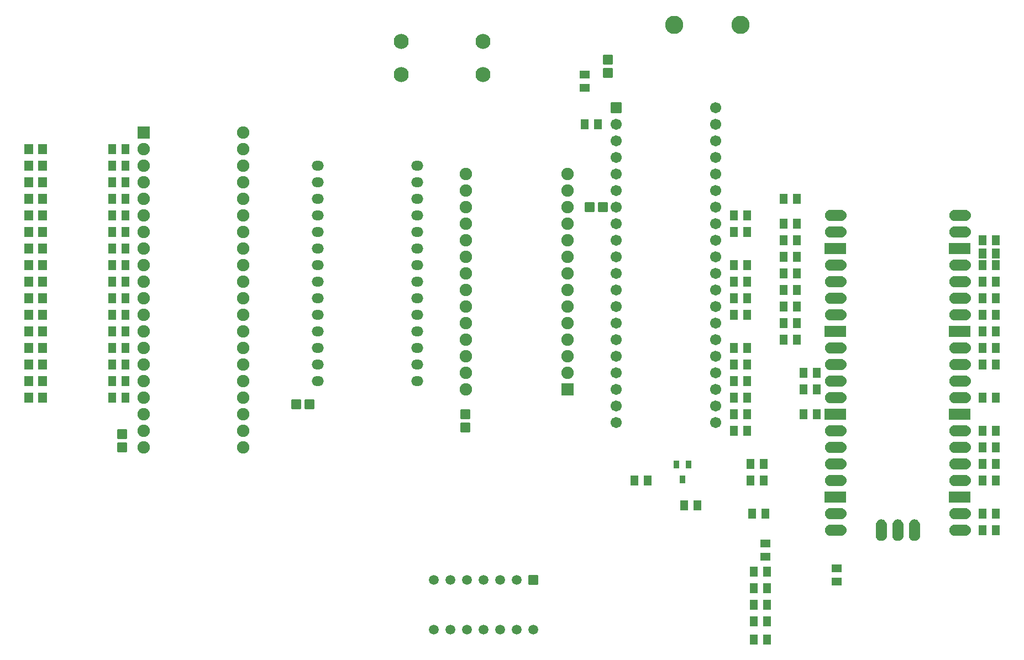
<source format=gts>
G04 Layer: TopSolderMaskLayer*
G04 EasyEDA v6.5.20, 2022-11-29 04:13:21*
G04 a67cddfb3fce44daa9051d46cbbcc19f,10*
G04 Gerber Generator version 0.2*
G04 Scale: 100 percent, Rotated: No, Reflected: No *
G04 Dimensions in inches *
G04 leading zeros omitted , absolute positions ,3 integer and 6 decimal *
%FSLAX36Y36*%
%MOIN*%

%AMMACRO1*1,1,$1,$2,$3*1,1,$1,$4,$5*1,1,$1,0-$2,0-$3*1,1,$1,0-$4,0-$5*20,1,$1,$2,$3,$4,$5,0*20,1,$1,$4,$5,0-$2,0-$3,0*20,1,$1,0-$2,0-$3,0-$4,0-$5,0*20,1,$1,0-$4,0-$5,$2,$3,0*4,1,4,$2,$3,$4,$5,0-$2,0-$3,0-$4,0-$5,$2,$3,0*%
%AMMACRO2*4,1,4,-0.065,-0.0335,-0.065,0.0335,0.065,0.0335,0.065,-0.0335,-0.065,-0.0335,0*%
%ADD10MACRO1,0.004X0.0223X0.0271X0.0223X-0.0271*%
%ADD11MACRO1,0.004X-0.0223X0.0271X-0.0223X-0.0271*%
%ADD12MACRO1,0.004X0.0157X0.0197X0.0157X-0.0197*%
%ADD13C,0.1102*%
%ADD14MACRO1,0.004X0.0271X-0.0223X-0.0271X-0.0223*%
%ADD15MACRO1,0.004X0.0271X0.0223X-0.0271X0.0223*%
%ADD16MACRO1,0.004X-0.0223X-0.0271X-0.0223X0.0271*%
%ADD17MACRO1,0.004X0.0223X-0.0271X0.0223X0.0271*%
%ADD18MACRO1,0.004X-0.0271X0.0223X0.0271X0.0223*%
%ADD19MACRO1,0.004X-0.0271X-0.0223X0.0271X-0.0223*%
%ADD20MACRO1,0.004X-0.0278X-0.0266X-0.0278X0.0266*%
%ADD21MACRO1,0.004X0.0278X-0.0266X0.0278X0.0266*%
%ADD22MACRO1,0.004X0.0278X0.0266X0.0278X-0.0266*%
%ADD23MACRO1,0.004X-0.0278X0.0266X-0.0278X-0.0266*%
%ADD24MACRO1,0.004X-0.0266X0.0278X0.0266X0.0278*%
%ADD25MACRO1,0.004X-0.0266X-0.0278X0.0266X-0.0278*%
%ADD26MACRO1,0.004X0.0266X-0.0278X-0.0266X-0.0278*%
%ADD27MACRO1,0.004X0.0266X0.0278X-0.0266X0.0278*%
%ADD28C,0.0906*%
%ADD29MACRO1,0.004X0.0256X-0.0276X-0.0256X-0.0276*%
%ADD30MACRO2*%
%ADD31MACRO1,0.004X0.0275X-0.0275X-0.0275X-0.0275*%
%ADD32C,0.0590*%
%ADD33C,0.0670*%
%ADD34MACRO1,0.004X0.0315X0.0315X0.0315X-0.0315*%
%ADD35O,0.072898X0.059118000000000004*%
%ADD36C,0.0749*%
%ADD37MACRO1,0.004X-0.0354X-0.0354X-0.0354X0.0354*%
%ADD38MACRO1,0.004X0.0354X0.0354X0.0354X-0.0354*%
%ADD39C,0.0120*%

%LPD*%
D10*
G01*
X6210628Y850000D03*
D11*
G01*
X6289371Y850000D03*
D10*
G01*
X4110628Y1050000D03*
D11*
G01*
X4189371Y1050000D03*
D12*
G01*
X4362598Y1145275D03*
G01*
X4399998Y1054724D03*
G01*
X4437401Y1145275D03*
D13*
G01*
X4750000Y3800000D03*
G01*
X4350000Y3800000D03*
D10*
G01*
X4410628Y900000D03*
D11*
G01*
X4489371Y900000D03*
D14*
G01*
X5330000Y519372D03*
D15*
G01*
X5330000Y440627D03*
D16*
G01*
X4789371Y2650000D03*
D17*
G01*
X4710628Y2650000D03*
D16*
G01*
X4789371Y2550000D03*
D17*
G01*
X4710628Y2550000D03*
D16*
G01*
X4789371Y2350000D03*
D17*
G01*
X4710628Y2350000D03*
D16*
G01*
X4789371Y2250000D03*
D17*
G01*
X4710628Y2250000D03*
D16*
G01*
X4789371Y2150000D03*
D17*
G01*
X4710628Y2150000D03*
D16*
G01*
X4789371Y2050000D03*
D17*
G01*
X4710628Y2050000D03*
D16*
G01*
X4789371Y1850000D03*
D17*
G01*
X4710628Y1850000D03*
D16*
G01*
X4789371Y1750000D03*
D17*
G01*
X4710628Y1750000D03*
D16*
G01*
X4789371Y1650000D03*
D17*
G01*
X4710628Y1650000D03*
D16*
G01*
X4789371Y1550000D03*
D17*
G01*
X4710628Y1550000D03*
D16*
G01*
X4789371Y1450000D03*
D17*
G01*
X4710628Y1450000D03*
D16*
G01*
X4789371Y1350000D03*
D17*
G01*
X4710628Y1350000D03*
D16*
G01*
X4889371Y1150000D03*
D17*
G01*
X4810628Y1150000D03*
D16*
G01*
X4889371Y1050000D03*
D17*
G01*
X4810628Y1050000D03*
D16*
G01*
X4899371Y850000D03*
D17*
G01*
X4820628Y850000D03*
D18*
G01*
X4900000Y590627D03*
D19*
G01*
X4900000Y669372D03*
D16*
G01*
X4909371Y200000D03*
D17*
G01*
X4830628Y200000D03*
D16*
G01*
X4909371Y300000D03*
D17*
G01*
X4830628Y300000D03*
D16*
G01*
X4909371Y400000D03*
D17*
G01*
X4830628Y400000D03*
D16*
G01*
X4909371Y500000D03*
D17*
G01*
X4830628Y500000D03*
D16*
G01*
X4909371Y90000D03*
D17*
G01*
X4830628Y90000D03*
D16*
G01*
X5209371Y1450000D03*
D17*
G01*
X5130628Y1450000D03*
D16*
G01*
X5209371Y1600000D03*
D17*
G01*
X5130628Y1600000D03*
D16*
G01*
X5209371Y1700000D03*
D17*
G01*
X5130628Y1700000D03*
D10*
G01*
X6210628Y1950000D03*
D11*
G01*
X6289371Y1950000D03*
D10*
G01*
X6210628Y2150000D03*
D11*
G01*
X6289371Y2150000D03*
D10*
G01*
X6210628Y2250000D03*
D11*
G01*
X6289371Y2250000D03*
D10*
G01*
X6210628Y2350000D03*
D11*
G01*
X6289371Y2350000D03*
D10*
G01*
X6210628Y2420000D03*
D11*
G01*
X6289371Y2420000D03*
D10*
G01*
X6210628Y2500000D03*
D11*
G01*
X6289371Y2500000D03*
D16*
G01*
X5089371Y2750000D03*
D17*
G01*
X5010628Y2750000D03*
D10*
G01*
X6210628Y750000D03*
D11*
G01*
X6289371Y750000D03*
D10*
G01*
X6210628Y1050000D03*
D11*
G01*
X6289371Y1050000D03*
D10*
G01*
X6210628Y1150000D03*
D11*
G01*
X6289371Y1150000D03*
D10*
G01*
X6210628Y1250000D03*
D11*
G01*
X6289371Y1250000D03*
D10*
G01*
X6210628Y1350000D03*
D11*
G01*
X6289371Y1350000D03*
D10*
G01*
X6210628Y1550000D03*
D11*
G01*
X6289371Y1550000D03*
D10*
G01*
X6210628Y1750000D03*
D11*
G01*
X6289371Y1750000D03*
D10*
G01*
X6210628Y1850000D03*
D11*
G01*
X6289371Y1850000D03*
D10*
G01*
X6210628Y2050000D03*
D11*
G01*
X6289371Y2050000D03*
D10*
G01*
X5010628Y2600000D03*
D11*
G01*
X5089371Y2600000D03*
D10*
G01*
X5010628Y2500000D03*
D11*
G01*
X5089371Y2500000D03*
D10*
G01*
X5010628Y2400000D03*
D11*
G01*
X5089371Y2400000D03*
D10*
G01*
X5010628Y2300000D03*
D11*
G01*
X5089371Y2300000D03*
D10*
G01*
X5010628Y2200000D03*
D11*
G01*
X5089371Y2200000D03*
D10*
G01*
X5010628Y2100000D03*
D11*
G01*
X5089371Y2100000D03*
D10*
G01*
X5010628Y2000000D03*
D11*
G01*
X5089371Y2000000D03*
D10*
G01*
X5010628Y1900000D03*
D11*
G01*
X5089371Y1900000D03*
D20*
G01*
X3919371Y2700000D03*
D21*
G01*
X3840628Y2700000D03*
D22*
G01*
X2070628Y1510000D03*
D23*
G01*
X2149371Y1510000D03*
D24*
G01*
X3090000Y1370628D03*
D25*
G01*
X3090000Y1449371D03*
D26*
G01*
X1020000Y1329371D03*
D27*
G01*
X1020000Y1250628D03*
D28*
G01*
X3196099Y3500000D03*
G01*
X2703900Y3500000D03*
G01*
X3196099Y3700000D03*
G01*
X2703900Y3700000D03*
D29*
G01*
X541349Y2650000D03*
G01*
X458650Y2650000D03*
G01*
X541349Y2550000D03*
G01*
X458650Y2550000D03*
G01*
X541349Y2450000D03*
G01*
X458650Y2450000D03*
G01*
X541349Y2350000D03*
G01*
X458650Y2350000D03*
G01*
X541349Y2250000D03*
G01*
X458650Y2250000D03*
G01*
X541349Y2150000D03*
G01*
X458650Y2150000D03*
G01*
X541349Y2050000D03*
G01*
X458650Y2050000D03*
G01*
X541349Y1950000D03*
G01*
X458650Y1950000D03*
G01*
X541349Y1850000D03*
G01*
X458650Y1850000D03*
G01*
X541349Y1750000D03*
G01*
X458650Y1750000D03*
G01*
X541349Y1650000D03*
G01*
X458650Y1650000D03*
G01*
X541349Y1550000D03*
G01*
X458650Y1550000D03*
D10*
G01*
X960628Y2650000D03*
D11*
G01*
X1039371Y2650000D03*
D10*
G01*
X960628Y2550000D03*
D11*
G01*
X1039371Y2550000D03*
D10*
G01*
X960628Y2450000D03*
D11*
G01*
X1039371Y2450000D03*
D10*
G01*
X960628Y2350000D03*
D11*
G01*
X1039371Y2350000D03*
D10*
G01*
X960628Y2250000D03*
D11*
G01*
X1039371Y2250000D03*
D10*
G01*
X960628Y2150000D03*
D11*
G01*
X1039371Y2150000D03*
D10*
G01*
X960628Y2050000D03*
D11*
G01*
X1039371Y2050000D03*
D10*
G01*
X960628Y1950000D03*
D11*
G01*
X1039371Y1950000D03*
D10*
G01*
X960628Y1850000D03*
D11*
G01*
X1039371Y1850000D03*
D10*
G01*
X960628Y1750000D03*
D11*
G01*
X1039371Y1750000D03*
D10*
G01*
X960628Y1650000D03*
D11*
G01*
X1039371Y1650000D03*
D10*
G01*
X960628Y1550000D03*
D11*
G01*
X1039371Y1550000D03*
G36*
X6043400Y2616500D02*
G01*
X6039499Y2616700D01*
X6035500Y2617500D01*
X6031599Y2618699D01*
X6027900Y2620300D01*
X6024499Y2622399D01*
X6021300Y2624899D01*
X6018400Y2627800D01*
X6015900Y2630999D01*
X6013800Y2634400D01*
X6012200Y2638099D01*
X6011000Y2641999D01*
X6010299Y2645999D01*
X6010000Y2650000D01*
X6010299Y2654000D01*
X6011000Y2658000D01*
X6012200Y2661900D01*
X6013800Y2665599D01*
X6015900Y2669000D01*
X6018400Y2672199D01*
X6021300Y2675100D01*
X6024499Y2677600D01*
X6027900Y2679699D01*
X6031599Y2681300D01*
X6035500Y2682500D01*
X6039499Y2683200D01*
X6043400Y2683499D01*
X6106599Y2683499D01*
X6110500Y2683200D01*
X6114499Y2682500D01*
X6118400Y2681300D01*
X6122100Y2679699D01*
X6125500Y2677600D01*
X6128699Y2675100D01*
X6131599Y2672199D01*
X6134099Y2669000D01*
X6136199Y2665599D01*
X6137799Y2661900D01*
X6138999Y2658000D01*
X6139700Y2654000D01*
X6140000Y2650000D01*
X6139700Y2645999D01*
X6138999Y2641999D01*
X6137799Y2638099D01*
X6136199Y2634400D01*
X6134099Y2630999D01*
X6131599Y2627800D01*
X6128699Y2624899D01*
X6125500Y2622399D01*
X6122100Y2620300D01*
X6118400Y2618699D01*
X6114499Y2617500D01*
X6110500Y2616700D01*
X6106599Y2616500D01*
G37*
G36*
X6043400Y2516500D02*
G01*
X6039499Y2516700D01*
X6035500Y2517500D01*
X6031599Y2518699D01*
X6027900Y2520300D01*
X6024499Y2522399D01*
X6021300Y2524899D01*
X6018400Y2527800D01*
X6015900Y2530999D01*
X6013800Y2534400D01*
X6012200Y2538099D01*
X6011000Y2541999D01*
X6010299Y2545999D01*
X6010000Y2550000D01*
X6010299Y2554000D01*
X6011000Y2558000D01*
X6012200Y2561900D01*
X6013800Y2565599D01*
X6015900Y2569000D01*
X6018400Y2572199D01*
X6021300Y2575100D01*
X6024499Y2577600D01*
X6027900Y2579699D01*
X6031599Y2581300D01*
X6035500Y2582500D01*
X6039499Y2583200D01*
X6043400Y2583499D01*
X6106599Y2583499D01*
X6110500Y2583200D01*
X6114499Y2582500D01*
X6118400Y2581300D01*
X6122100Y2579699D01*
X6125500Y2577600D01*
X6128699Y2575100D01*
X6131599Y2572199D01*
X6134099Y2569000D01*
X6136199Y2565599D01*
X6137799Y2561900D01*
X6138999Y2558000D01*
X6139700Y2554000D01*
X6140000Y2550000D01*
X6139700Y2545999D01*
X6138999Y2541999D01*
X6137799Y2538099D01*
X6136199Y2534400D01*
X6134099Y2530999D01*
X6131599Y2527800D01*
X6128699Y2524899D01*
X6125500Y2522399D01*
X6122100Y2520300D01*
X6118400Y2518699D01*
X6114499Y2517500D01*
X6110500Y2516700D01*
X6106599Y2516500D01*
G37*
D30*
G01*
X6075000Y2450000D03*
G36*
X6043400Y2316500D02*
G01*
X6039499Y2316700D01*
X6035500Y2317500D01*
X6031599Y2318699D01*
X6027900Y2320300D01*
X6024499Y2322399D01*
X6021300Y2324899D01*
X6018400Y2327800D01*
X6015900Y2330999D01*
X6013800Y2334400D01*
X6012200Y2338099D01*
X6011000Y2341999D01*
X6010299Y2345999D01*
X6010000Y2350000D01*
X6010299Y2354000D01*
X6011000Y2358000D01*
X6012200Y2361900D01*
X6013800Y2365599D01*
X6015900Y2369000D01*
X6018400Y2372199D01*
X6021300Y2375100D01*
X6024499Y2377600D01*
X6027900Y2379699D01*
X6031599Y2381300D01*
X6035500Y2382500D01*
X6039499Y2383299D01*
X6043400Y2383499D01*
X6106599Y2383499D01*
X6110500Y2383299D01*
X6114499Y2382500D01*
X6118400Y2381300D01*
X6122100Y2379699D01*
X6125500Y2377600D01*
X6128699Y2375100D01*
X6131599Y2372199D01*
X6134099Y2369000D01*
X6136199Y2365599D01*
X6137799Y2361900D01*
X6138999Y2358000D01*
X6139700Y2354000D01*
X6140000Y2350000D01*
X6139700Y2345999D01*
X6138999Y2341999D01*
X6137799Y2338099D01*
X6136199Y2334400D01*
X6134099Y2330999D01*
X6131599Y2327800D01*
X6128699Y2324899D01*
X6125500Y2322399D01*
X6122100Y2320300D01*
X6118400Y2318699D01*
X6114499Y2317500D01*
X6110500Y2316700D01*
X6106599Y2316500D01*
G37*
G36*
X6043400Y2216500D02*
G01*
X6039499Y2216700D01*
X6035500Y2217500D01*
X6031599Y2218699D01*
X6027900Y2220300D01*
X6024499Y2222399D01*
X6021300Y2224899D01*
X6018400Y2227800D01*
X6015900Y2230999D01*
X6013800Y2234400D01*
X6012200Y2238099D01*
X6011000Y2241999D01*
X6010299Y2245999D01*
X6010000Y2250000D01*
X6010299Y2254000D01*
X6011000Y2258000D01*
X6012200Y2261900D01*
X6013800Y2265599D01*
X6015900Y2269000D01*
X6018400Y2272199D01*
X6021300Y2275100D01*
X6024499Y2277600D01*
X6027900Y2279699D01*
X6031599Y2281300D01*
X6035500Y2282500D01*
X6039499Y2283299D01*
X6043400Y2283499D01*
X6106599Y2283499D01*
X6110500Y2283299D01*
X6114499Y2282500D01*
X6118400Y2281300D01*
X6122100Y2279699D01*
X6125500Y2277600D01*
X6128699Y2275100D01*
X6131599Y2272199D01*
X6134099Y2269000D01*
X6136199Y2265599D01*
X6137799Y2261900D01*
X6138999Y2258000D01*
X6139700Y2254000D01*
X6140000Y2250000D01*
X6139700Y2245999D01*
X6138999Y2241999D01*
X6137799Y2238099D01*
X6136199Y2234400D01*
X6134099Y2230999D01*
X6131599Y2227800D01*
X6128699Y2224899D01*
X6125500Y2222399D01*
X6122100Y2220300D01*
X6118400Y2218699D01*
X6114499Y2217500D01*
X6110500Y2216700D01*
X6106599Y2216500D01*
G37*
G36*
X6043400Y2116500D02*
G01*
X6039499Y2116700D01*
X6035500Y2117500D01*
X6031599Y2118699D01*
X6027900Y2120300D01*
X6024499Y2122399D01*
X6021300Y2124899D01*
X6018400Y2127800D01*
X6015900Y2130999D01*
X6013800Y2134400D01*
X6012200Y2138099D01*
X6011000Y2141999D01*
X6010299Y2145999D01*
X6010000Y2150000D01*
X6010299Y2154000D01*
X6011000Y2158000D01*
X6012200Y2161900D01*
X6013800Y2165599D01*
X6015900Y2169000D01*
X6018400Y2172199D01*
X6021300Y2175100D01*
X6024499Y2177600D01*
X6027900Y2179699D01*
X6031599Y2181300D01*
X6035500Y2182500D01*
X6039499Y2183299D01*
X6043400Y2183499D01*
X6106599Y2183499D01*
X6110500Y2183299D01*
X6114499Y2182500D01*
X6118400Y2181300D01*
X6122100Y2179699D01*
X6125500Y2177600D01*
X6128699Y2175100D01*
X6131599Y2172199D01*
X6134099Y2169000D01*
X6136199Y2165599D01*
X6137799Y2161900D01*
X6138999Y2158000D01*
X6139700Y2154000D01*
X6140000Y2150000D01*
X6139700Y2145999D01*
X6138999Y2141999D01*
X6137799Y2138099D01*
X6136199Y2134400D01*
X6134099Y2130999D01*
X6131599Y2127800D01*
X6128699Y2124899D01*
X6125500Y2122399D01*
X6122100Y2120300D01*
X6118400Y2118699D01*
X6114499Y2117500D01*
X6110500Y2116700D01*
X6106599Y2116500D01*
G37*
G36*
X6043400Y2016500D02*
G01*
X6039499Y2016700D01*
X6035500Y2017500D01*
X6031599Y2018699D01*
X6027900Y2020300D01*
X6024499Y2022399D01*
X6021300Y2024899D01*
X6018400Y2027800D01*
X6015900Y2030999D01*
X6013800Y2034400D01*
X6012200Y2038099D01*
X6011000Y2041999D01*
X6010299Y2045999D01*
X6010000Y2050000D01*
X6010299Y2054000D01*
X6011000Y2058000D01*
X6012200Y2061900D01*
X6013800Y2065599D01*
X6015900Y2069000D01*
X6018400Y2072199D01*
X6021300Y2075100D01*
X6024499Y2077600D01*
X6027900Y2079699D01*
X6031599Y2081300D01*
X6035500Y2082500D01*
X6039499Y2083299D01*
X6043400Y2083499D01*
X6106599Y2083499D01*
X6110500Y2083299D01*
X6114499Y2082500D01*
X6118400Y2081300D01*
X6122100Y2079699D01*
X6125500Y2077600D01*
X6128699Y2075100D01*
X6131599Y2072199D01*
X6134099Y2069000D01*
X6136199Y2065599D01*
X6137799Y2061900D01*
X6138999Y2058000D01*
X6139700Y2054000D01*
X6140000Y2050000D01*
X6139700Y2045999D01*
X6138999Y2041999D01*
X6137799Y2038099D01*
X6136199Y2034400D01*
X6134099Y2030999D01*
X6131599Y2027800D01*
X6128699Y2024899D01*
X6125500Y2022399D01*
X6122100Y2020300D01*
X6118400Y2018699D01*
X6114499Y2017500D01*
X6110500Y2016700D01*
X6106599Y2016500D01*
G37*
G01*
X6075000Y1950000D03*
G36*
X6043400Y1816500D02*
G01*
X6039499Y1816700D01*
X6035500Y1817500D01*
X6031599Y1818699D01*
X6027900Y1820300D01*
X6024499Y1822399D01*
X6021300Y1824899D01*
X6018400Y1827800D01*
X6015900Y1830999D01*
X6013800Y1834400D01*
X6012200Y1838099D01*
X6011000Y1841999D01*
X6010299Y1845999D01*
X6010000Y1850000D01*
X6010299Y1854000D01*
X6011000Y1858000D01*
X6012200Y1861900D01*
X6013800Y1865599D01*
X6015900Y1869000D01*
X6018400Y1872199D01*
X6021300Y1875100D01*
X6024499Y1877600D01*
X6027900Y1879699D01*
X6031599Y1881300D01*
X6035500Y1882500D01*
X6039499Y1883299D01*
X6043400Y1883499D01*
X6106599Y1883499D01*
X6110500Y1883299D01*
X6114499Y1882500D01*
X6118400Y1881300D01*
X6122100Y1879699D01*
X6125500Y1877600D01*
X6128699Y1875100D01*
X6131599Y1872199D01*
X6134099Y1869000D01*
X6136199Y1865599D01*
X6137799Y1861900D01*
X6138999Y1858000D01*
X6139700Y1854000D01*
X6140000Y1850000D01*
X6139700Y1845999D01*
X6138999Y1841999D01*
X6137799Y1838099D01*
X6136199Y1834400D01*
X6134099Y1830999D01*
X6131599Y1827800D01*
X6128699Y1824899D01*
X6125500Y1822399D01*
X6122100Y1820300D01*
X6118400Y1818699D01*
X6114499Y1817500D01*
X6110500Y1816700D01*
X6106599Y1816500D01*
G37*
G36*
X6043400Y1716500D02*
G01*
X6039499Y1716700D01*
X6035500Y1717500D01*
X6031599Y1718699D01*
X6027900Y1720300D01*
X6024499Y1722399D01*
X6021300Y1724899D01*
X6018400Y1727800D01*
X6015900Y1730999D01*
X6013800Y1734400D01*
X6012200Y1738099D01*
X6011000Y1741999D01*
X6010299Y1745999D01*
X6010000Y1750000D01*
X6010299Y1754000D01*
X6011000Y1758000D01*
X6012200Y1761900D01*
X6013800Y1765599D01*
X6015900Y1769000D01*
X6018400Y1772199D01*
X6021300Y1775100D01*
X6024499Y1777600D01*
X6027900Y1779699D01*
X6031599Y1781300D01*
X6035500Y1782500D01*
X6039499Y1783299D01*
X6043400Y1783499D01*
X6106599Y1783499D01*
X6110500Y1783299D01*
X6114499Y1782500D01*
X6118400Y1781300D01*
X6122100Y1779699D01*
X6125500Y1777600D01*
X6128699Y1775100D01*
X6131599Y1772199D01*
X6134099Y1769000D01*
X6136199Y1765599D01*
X6137799Y1761900D01*
X6138999Y1758000D01*
X6139700Y1754000D01*
X6140000Y1750000D01*
X6139700Y1745999D01*
X6138999Y1741999D01*
X6137799Y1738099D01*
X6136199Y1734400D01*
X6134099Y1730999D01*
X6131599Y1727800D01*
X6128699Y1724899D01*
X6125500Y1722399D01*
X6122100Y1720300D01*
X6118400Y1718699D01*
X6114499Y1717500D01*
X6110500Y1716700D01*
X6106599Y1716500D01*
G37*
G36*
X6043400Y1616500D02*
G01*
X6039499Y1616700D01*
X6035500Y1617500D01*
X6031599Y1618699D01*
X6027900Y1620300D01*
X6024499Y1622399D01*
X6021300Y1624899D01*
X6018400Y1627800D01*
X6015900Y1630999D01*
X6013800Y1634400D01*
X6012200Y1638099D01*
X6011000Y1641999D01*
X6010299Y1645999D01*
X6010000Y1650000D01*
X6010299Y1654000D01*
X6011000Y1658000D01*
X6012200Y1661900D01*
X6013800Y1665599D01*
X6015900Y1669000D01*
X6018400Y1672199D01*
X6021300Y1675100D01*
X6024499Y1677600D01*
X6027900Y1679699D01*
X6031599Y1681300D01*
X6035500Y1682500D01*
X6039499Y1683299D01*
X6043400Y1683499D01*
X6106599Y1683499D01*
X6110500Y1683299D01*
X6114499Y1682500D01*
X6118400Y1681300D01*
X6122100Y1679699D01*
X6125500Y1677600D01*
X6128699Y1675100D01*
X6131599Y1672199D01*
X6134099Y1669000D01*
X6136199Y1665599D01*
X6137799Y1661900D01*
X6138999Y1658000D01*
X6139700Y1654000D01*
X6140000Y1650000D01*
X6139700Y1645999D01*
X6138999Y1641999D01*
X6137799Y1638099D01*
X6136199Y1634400D01*
X6134099Y1630999D01*
X6131599Y1627800D01*
X6128699Y1624899D01*
X6125500Y1622399D01*
X6122100Y1620300D01*
X6118400Y1618699D01*
X6114499Y1617500D01*
X6110500Y1616700D01*
X6106599Y1616500D01*
G37*
G36*
X6043400Y1516500D02*
G01*
X6039499Y1516700D01*
X6035500Y1517500D01*
X6031599Y1518699D01*
X6027900Y1520300D01*
X6024499Y1522399D01*
X6021300Y1524899D01*
X6018400Y1527800D01*
X6015900Y1530999D01*
X6013800Y1534400D01*
X6012200Y1538099D01*
X6011000Y1541999D01*
X6010299Y1545999D01*
X6010000Y1550000D01*
X6010299Y1554000D01*
X6011000Y1558000D01*
X6012200Y1561900D01*
X6013800Y1565599D01*
X6015900Y1569000D01*
X6018400Y1572199D01*
X6021300Y1575100D01*
X6024499Y1577600D01*
X6027900Y1579699D01*
X6031599Y1581300D01*
X6035500Y1582500D01*
X6039499Y1583299D01*
X6043400Y1583499D01*
X6106599Y1583499D01*
X6110500Y1583299D01*
X6114499Y1582500D01*
X6118400Y1581300D01*
X6122100Y1579699D01*
X6125500Y1577600D01*
X6128699Y1575100D01*
X6131599Y1572199D01*
X6134099Y1569000D01*
X6136199Y1565599D01*
X6137799Y1561900D01*
X6138999Y1558000D01*
X6139700Y1554000D01*
X6140000Y1550000D01*
X6139700Y1545999D01*
X6138999Y1541999D01*
X6137799Y1538099D01*
X6136199Y1534400D01*
X6134099Y1530999D01*
X6131599Y1527800D01*
X6128699Y1524899D01*
X6125500Y1522399D01*
X6122100Y1520300D01*
X6118400Y1518699D01*
X6114499Y1517500D01*
X6110500Y1516700D01*
X6106599Y1516500D01*
G37*
G01*
X6075000Y1450000D03*
G36*
X6043400Y1316500D02*
G01*
X6039499Y1316700D01*
X6035500Y1317500D01*
X6031599Y1318699D01*
X6027900Y1320300D01*
X6024499Y1322399D01*
X6021300Y1324899D01*
X6018400Y1327800D01*
X6015900Y1330999D01*
X6013800Y1334400D01*
X6012200Y1338099D01*
X6011000Y1341999D01*
X6010299Y1345999D01*
X6010000Y1350000D01*
X6010299Y1354000D01*
X6011000Y1358000D01*
X6012200Y1361900D01*
X6013800Y1365599D01*
X6015900Y1369000D01*
X6018400Y1372199D01*
X6021300Y1375100D01*
X6024499Y1377600D01*
X6027900Y1379699D01*
X6031599Y1381300D01*
X6035500Y1382500D01*
X6039499Y1383299D01*
X6043400Y1383499D01*
X6106599Y1383499D01*
X6110500Y1383299D01*
X6114499Y1382500D01*
X6118400Y1381300D01*
X6122100Y1379699D01*
X6125500Y1377600D01*
X6128699Y1375100D01*
X6131599Y1372199D01*
X6134099Y1369000D01*
X6136199Y1365599D01*
X6137799Y1361900D01*
X6138999Y1358000D01*
X6139700Y1354000D01*
X6140000Y1350000D01*
X6139700Y1345999D01*
X6138999Y1341999D01*
X6137799Y1338099D01*
X6136199Y1334400D01*
X6134099Y1330999D01*
X6131599Y1327800D01*
X6128699Y1324899D01*
X6125500Y1322399D01*
X6122100Y1320300D01*
X6118400Y1318699D01*
X6114499Y1317500D01*
X6110500Y1316700D01*
X6106599Y1316500D01*
G37*
G36*
X6043400Y1216500D02*
G01*
X6039499Y1216700D01*
X6035500Y1217500D01*
X6031599Y1218699D01*
X6027900Y1220300D01*
X6024499Y1222399D01*
X6021300Y1224899D01*
X6018400Y1227800D01*
X6015900Y1230999D01*
X6013800Y1234400D01*
X6012200Y1238099D01*
X6011000Y1241999D01*
X6010299Y1245999D01*
X6010000Y1250000D01*
X6010299Y1254000D01*
X6011000Y1258000D01*
X6012200Y1261900D01*
X6013800Y1265599D01*
X6015900Y1269000D01*
X6018400Y1272199D01*
X6021300Y1275100D01*
X6024499Y1277600D01*
X6027900Y1279699D01*
X6031599Y1281300D01*
X6035500Y1282500D01*
X6039499Y1283299D01*
X6043400Y1283499D01*
X6106599Y1283499D01*
X6110500Y1283299D01*
X6114499Y1282500D01*
X6118400Y1281300D01*
X6122100Y1279699D01*
X6125500Y1277600D01*
X6128699Y1275100D01*
X6131599Y1272199D01*
X6134099Y1269000D01*
X6136199Y1265599D01*
X6137799Y1261900D01*
X6138999Y1258000D01*
X6139700Y1254000D01*
X6140000Y1250000D01*
X6139700Y1245999D01*
X6138999Y1241999D01*
X6137799Y1238099D01*
X6136199Y1234400D01*
X6134099Y1230999D01*
X6131599Y1227800D01*
X6128699Y1224899D01*
X6125500Y1222399D01*
X6122100Y1220300D01*
X6118400Y1218699D01*
X6114499Y1217500D01*
X6110500Y1216700D01*
X6106599Y1216500D01*
G37*
G36*
X6043400Y1116500D02*
G01*
X6039499Y1116700D01*
X6035500Y1117500D01*
X6031599Y1118699D01*
X6027900Y1120300D01*
X6024499Y1122399D01*
X6021300Y1124899D01*
X6018400Y1127800D01*
X6015900Y1130999D01*
X6013800Y1134400D01*
X6012200Y1138099D01*
X6011000Y1141999D01*
X6010299Y1145999D01*
X6010000Y1150000D01*
X6010299Y1154000D01*
X6011000Y1158000D01*
X6012200Y1161900D01*
X6013800Y1165599D01*
X6015900Y1169000D01*
X6018400Y1172199D01*
X6021300Y1175100D01*
X6024499Y1177600D01*
X6027900Y1179699D01*
X6031599Y1181300D01*
X6035500Y1182500D01*
X6039499Y1183299D01*
X6043400Y1183499D01*
X6106599Y1183499D01*
X6110500Y1183299D01*
X6114499Y1182500D01*
X6118400Y1181300D01*
X6122100Y1179699D01*
X6125500Y1177600D01*
X6128699Y1175100D01*
X6131599Y1172199D01*
X6134099Y1169000D01*
X6136199Y1165599D01*
X6137799Y1161900D01*
X6138999Y1158000D01*
X6139700Y1154000D01*
X6140000Y1150000D01*
X6139700Y1145999D01*
X6138999Y1141999D01*
X6137799Y1138099D01*
X6136199Y1134400D01*
X6134099Y1130999D01*
X6131599Y1127800D01*
X6128699Y1124899D01*
X6125500Y1122399D01*
X6122100Y1120300D01*
X6118400Y1118699D01*
X6114499Y1117500D01*
X6110500Y1116700D01*
X6106599Y1116500D01*
G37*
G36*
X6043400Y1016500D02*
G01*
X6039499Y1016700D01*
X6035500Y1017500D01*
X6031599Y1018699D01*
X6027900Y1020300D01*
X6024499Y1022399D01*
X6021300Y1024899D01*
X6018400Y1027800D01*
X6015900Y1030999D01*
X6013800Y1034400D01*
X6012200Y1038099D01*
X6011000Y1041999D01*
X6010299Y1045999D01*
X6010000Y1050000D01*
X6010299Y1054000D01*
X6011000Y1058000D01*
X6012200Y1061900D01*
X6013800Y1065599D01*
X6015900Y1069000D01*
X6018400Y1072199D01*
X6021300Y1075100D01*
X6024499Y1077600D01*
X6027900Y1079699D01*
X6031599Y1081300D01*
X6035500Y1082500D01*
X6039499Y1083299D01*
X6043400Y1083499D01*
X6106599Y1083499D01*
X6110500Y1083299D01*
X6114499Y1082500D01*
X6118400Y1081300D01*
X6122100Y1079699D01*
X6125500Y1077600D01*
X6128699Y1075100D01*
X6131599Y1072199D01*
X6134099Y1069000D01*
X6136199Y1065599D01*
X6137799Y1061900D01*
X6138999Y1058000D01*
X6139700Y1054000D01*
X6140000Y1050000D01*
X6139700Y1045999D01*
X6138999Y1041999D01*
X6137799Y1038099D01*
X6136199Y1034400D01*
X6134099Y1030999D01*
X6131599Y1027800D01*
X6128699Y1024899D01*
X6125500Y1022399D01*
X6122100Y1020300D01*
X6118400Y1018699D01*
X6114499Y1017500D01*
X6110500Y1016700D01*
X6106599Y1016500D01*
G37*
G01*
X6075000Y950000D03*
G36*
X6043400Y816500D02*
G01*
X6039499Y816799D01*
X6035500Y817500D01*
X6031599Y818699D01*
X6027900Y820300D01*
X6024499Y822399D01*
X6021300Y824899D01*
X6018400Y827800D01*
X6015900Y830999D01*
X6013800Y834400D01*
X6012200Y838099D01*
X6011000Y841999D01*
X6010299Y845999D01*
X6010000Y850000D01*
X6010299Y854000D01*
X6011000Y858000D01*
X6012200Y861900D01*
X6013800Y865599D01*
X6015900Y869000D01*
X6018400Y872199D01*
X6021300Y875100D01*
X6024499Y877600D01*
X6027900Y879699D01*
X6031599Y881300D01*
X6035500Y882500D01*
X6039499Y883299D01*
X6043400Y883499D01*
X6106599Y883499D01*
X6110500Y883299D01*
X6114499Y882500D01*
X6118400Y881300D01*
X6122100Y879699D01*
X6125500Y877600D01*
X6128699Y875100D01*
X6131599Y872199D01*
X6134099Y869000D01*
X6136199Y865599D01*
X6137799Y861900D01*
X6138999Y858000D01*
X6139700Y854000D01*
X6140000Y850000D01*
X6139700Y845999D01*
X6138999Y841999D01*
X6137799Y838099D01*
X6136199Y834400D01*
X6134099Y830999D01*
X6131599Y827800D01*
X6128699Y824899D01*
X6125500Y822399D01*
X6122100Y820300D01*
X6118400Y818699D01*
X6114499Y817500D01*
X6110500Y816799D01*
X6106599Y816500D01*
G37*
G36*
X6043400Y716500D02*
G01*
X6039499Y716799D01*
X6035500Y717500D01*
X6031599Y718699D01*
X6027900Y720300D01*
X6024499Y722399D01*
X6021300Y724899D01*
X6018400Y727800D01*
X6015900Y730999D01*
X6013800Y734400D01*
X6012200Y738099D01*
X6011000Y741999D01*
X6010299Y745999D01*
X6010000Y750000D01*
X6010299Y754000D01*
X6011000Y758000D01*
X6012200Y761900D01*
X6013800Y765599D01*
X6015900Y769000D01*
X6018400Y772199D01*
X6021300Y775100D01*
X6024499Y777600D01*
X6027900Y779699D01*
X6031599Y781300D01*
X6035500Y782500D01*
X6039499Y783299D01*
X6043400Y783499D01*
X6106599Y783499D01*
X6110500Y783299D01*
X6114499Y782500D01*
X6118400Y781300D01*
X6122100Y779699D01*
X6125500Y777600D01*
X6128699Y775100D01*
X6131599Y772199D01*
X6134099Y769000D01*
X6136199Y765599D01*
X6137799Y761900D01*
X6138999Y758000D01*
X6139700Y754000D01*
X6140000Y750000D01*
X6139700Y745999D01*
X6138999Y741999D01*
X6137799Y738099D01*
X6136199Y734400D01*
X6134099Y730999D01*
X6131599Y727800D01*
X6128699Y724899D01*
X6125500Y722399D01*
X6122100Y720300D01*
X6118400Y718699D01*
X6114499Y717500D01*
X6110500Y716799D01*
X6106599Y716500D01*
G37*
G36*
X5293400Y716500D02*
G01*
X5289499Y716799D01*
X5285500Y717500D01*
X5281599Y718699D01*
X5277900Y720300D01*
X5274499Y722399D01*
X5271300Y724899D01*
X5268400Y727800D01*
X5265900Y730999D01*
X5263800Y734400D01*
X5262200Y738099D01*
X5261000Y741999D01*
X5260299Y745999D01*
X5260000Y750000D01*
X5260299Y754000D01*
X5261000Y758000D01*
X5262200Y761900D01*
X5263800Y765599D01*
X5265900Y769000D01*
X5268400Y772199D01*
X5271300Y775100D01*
X5274499Y777600D01*
X5277900Y779699D01*
X5281599Y781300D01*
X5285500Y782500D01*
X5289499Y783299D01*
X5293400Y783499D01*
X5356599Y783499D01*
X5360500Y783299D01*
X5364499Y782500D01*
X5368400Y781300D01*
X5372100Y779699D01*
X5375500Y777600D01*
X5378699Y775100D01*
X5381599Y772199D01*
X5384099Y769000D01*
X5386199Y765599D01*
X5387799Y761900D01*
X5388999Y758000D01*
X5389700Y754000D01*
X5390000Y750000D01*
X5389700Y745999D01*
X5388999Y741999D01*
X5387799Y738099D01*
X5386199Y734400D01*
X5384099Y730999D01*
X5381599Y727800D01*
X5378699Y724899D01*
X5375500Y722399D01*
X5372100Y720300D01*
X5368400Y718699D01*
X5364499Y717500D01*
X5360500Y716799D01*
X5356599Y716500D01*
G37*
G36*
X5293400Y816500D02*
G01*
X5289499Y816799D01*
X5285500Y817500D01*
X5281599Y818699D01*
X5277900Y820300D01*
X5274499Y822399D01*
X5271300Y824899D01*
X5268400Y827800D01*
X5265900Y830999D01*
X5263800Y834400D01*
X5262200Y838099D01*
X5261000Y841999D01*
X5260299Y845999D01*
X5260000Y850000D01*
X5260299Y854000D01*
X5261000Y858000D01*
X5262200Y861900D01*
X5263800Y865599D01*
X5265900Y869000D01*
X5268400Y872199D01*
X5271300Y875100D01*
X5274499Y877600D01*
X5277900Y879699D01*
X5281599Y881300D01*
X5285500Y882500D01*
X5289499Y883299D01*
X5293400Y883499D01*
X5356599Y883499D01*
X5360500Y883299D01*
X5364499Y882500D01*
X5368400Y881300D01*
X5372100Y879699D01*
X5375500Y877600D01*
X5378699Y875100D01*
X5381599Y872199D01*
X5384099Y869000D01*
X5386199Y865599D01*
X5387799Y861900D01*
X5388999Y858000D01*
X5389700Y854000D01*
X5390000Y850000D01*
X5389700Y845999D01*
X5388999Y841999D01*
X5387799Y838099D01*
X5386199Y834400D01*
X5384099Y830999D01*
X5381599Y827800D01*
X5378699Y824899D01*
X5375500Y822399D01*
X5372100Y820300D01*
X5368400Y818699D01*
X5364499Y817500D01*
X5360500Y816799D01*
X5356599Y816500D01*
G37*
G01*
X5325000Y950000D03*
G36*
X5293400Y1016500D02*
G01*
X5289499Y1016700D01*
X5285500Y1017500D01*
X5281599Y1018699D01*
X5277900Y1020300D01*
X5274499Y1022399D01*
X5271300Y1024899D01*
X5268400Y1027800D01*
X5265900Y1030999D01*
X5263800Y1034400D01*
X5262200Y1038099D01*
X5261000Y1041999D01*
X5260299Y1045999D01*
X5260000Y1050000D01*
X5260299Y1054000D01*
X5261000Y1058000D01*
X5262200Y1061900D01*
X5263800Y1065599D01*
X5265900Y1069000D01*
X5268400Y1072199D01*
X5271300Y1075100D01*
X5274499Y1077600D01*
X5277900Y1079699D01*
X5281599Y1081300D01*
X5285500Y1082500D01*
X5289499Y1083299D01*
X5293400Y1083499D01*
X5356599Y1083499D01*
X5360500Y1083299D01*
X5364499Y1082500D01*
X5368400Y1081300D01*
X5372100Y1079699D01*
X5375500Y1077600D01*
X5378699Y1075100D01*
X5381599Y1072199D01*
X5384099Y1069000D01*
X5386199Y1065599D01*
X5387799Y1061900D01*
X5388999Y1058000D01*
X5389700Y1054000D01*
X5390000Y1050000D01*
X5389700Y1045999D01*
X5388999Y1041999D01*
X5387799Y1038099D01*
X5386199Y1034400D01*
X5384099Y1030999D01*
X5381599Y1027800D01*
X5378699Y1024899D01*
X5375500Y1022399D01*
X5372100Y1020300D01*
X5368400Y1018699D01*
X5364499Y1017500D01*
X5360500Y1016700D01*
X5356599Y1016500D01*
G37*
G36*
X5293400Y1116500D02*
G01*
X5289499Y1116700D01*
X5285500Y1117500D01*
X5281599Y1118699D01*
X5277900Y1120300D01*
X5274499Y1122399D01*
X5271300Y1124899D01*
X5268400Y1127800D01*
X5265900Y1130999D01*
X5263800Y1134400D01*
X5262200Y1138099D01*
X5261000Y1141999D01*
X5260299Y1145999D01*
X5260000Y1150000D01*
X5260299Y1154000D01*
X5261000Y1158000D01*
X5262200Y1161900D01*
X5263800Y1165599D01*
X5265900Y1169000D01*
X5268400Y1172199D01*
X5271300Y1175100D01*
X5274499Y1177600D01*
X5277900Y1179699D01*
X5281599Y1181300D01*
X5285500Y1182500D01*
X5289499Y1183299D01*
X5293400Y1183499D01*
X5356599Y1183499D01*
X5360500Y1183299D01*
X5364499Y1182500D01*
X5368400Y1181300D01*
X5372100Y1179699D01*
X5375500Y1177600D01*
X5378699Y1175100D01*
X5381599Y1172199D01*
X5384099Y1169000D01*
X5386199Y1165599D01*
X5387799Y1161900D01*
X5388999Y1158000D01*
X5389700Y1154000D01*
X5390000Y1150000D01*
X5389700Y1145999D01*
X5388999Y1141999D01*
X5387799Y1138099D01*
X5386199Y1134400D01*
X5384099Y1130999D01*
X5381599Y1127800D01*
X5378699Y1124899D01*
X5375500Y1122399D01*
X5372100Y1120300D01*
X5368400Y1118699D01*
X5364499Y1117500D01*
X5360500Y1116700D01*
X5356599Y1116500D01*
G37*
G36*
X5293400Y1216500D02*
G01*
X5289499Y1216700D01*
X5285500Y1217500D01*
X5281599Y1218699D01*
X5277900Y1220300D01*
X5274499Y1222399D01*
X5271300Y1224899D01*
X5268400Y1227800D01*
X5265900Y1230999D01*
X5263800Y1234400D01*
X5262200Y1238099D01*
X5261000Y1241999D01*
X5260299Y1245999D01*
X5260000Y1250000D01*
X5260299Y1254000D01*
X5261000Y1258000D01*
X5262200Y1261900D01*
X5263800Y1265599D01*
X5265900Y1269000D01*
X5268400Y1272199D01*
X5271300Y1275100D01*
X5274499Y1277600D01*
X5277900Y1279699D01*
X5281599Y1281300D01*
X5285500Y1282500D01*
X5289499Y1283299D01*
X5293400Y1283499D01*
X5356599Y1283499D01*
X5360500Y1283299D01*
X5364499Y1282500D01*
X5368400Y1281300D01*
X5372100Y1279699D01*
X5375500Y1277600D01*
X5378699Y1275100D01*
X5381599Y1272199D01*
X5384099Y1269000D01*
X5386199Y1265599D01*
X5387799Y1261900D01*
X5388999Y1258000D01*
X5389700Y1254000D01*
X5390000Y1250000D01*
X5389700Y1245999D01*
X5388999Y1241999D01*
X5387799Y1238099D01*
X5386199Y1234400D01*
X5384099Y1230999D01*
X5381599Y1227800D01*
X5378699Y1224899D01*
X5375500Y1222399D01*
X5372100Y1220300D01*
X5368400Y1218699D01*
X5364499Y1217500D01*
X5360500Y1216700D01*
X5356599Y1216500D01*
G37*
G36*
X5293400Y1316500D02*
G01*
X5289499Y1316700D01*
X5285500Y1317500D01*
X5281599Y1318699D01*
X5277900Y1320300D01*
X5274499Y1322399D01*
X5271300Y1324899D01*
X5268400Y1327800D01*
X5265900Y1330999D01*
X5263800Y1334400D01*
X5262200Y1338099D01*
X5261000Y1341999D01*
X5260299Y1345999D01*
X5260000Y1350000D01*
X5260299Y1354000D01*
X5261000Y1358000D01*
X5262200Y1361900D01*
X5263800Y1365599D01*
X5265900Y1369000D01*
X5268400Y1372199D01*
X5271300Y1375100D01*
X5274499Y1377600D01*
X5277900Y1379699D01*
X5281599Y1381300D01*
X5285500Y1382500D01*
X5289499Y1383299D01*
X5293400Y1383499D01*
X5356599Y1383499D01*
X5360500Y1383299D01*
X5364499Y1382500D01*
X5368400Y1381300D01*
X5372100Y1379699D01*
X5375500Y1377600D01*
X5378699Y1375100D01*
X5381599Y1372199D01*
X5384099Y1369000D01*
X5386199Y1365599D01*
X5387799Y1361900D01*
X5388999Y1358000D01*
X5389700Y1354000D01*
X5390000Y1350000D01*
X5389700Y1345999D01*
X5388999Y1341999D01*
X5387799Y1338099D01*
X5386199Y1334400D01*
X5384099Y1330999D01*
X5381599Y1327800D01*
X5378699Y1324899D01*
X5375500Y1322399D01*
X5372100Y1320300D01*
X5368400Y1318699D01*
X5364499Y1317500D01*
X5360500Y1316700D01*
X5356599Y1316500D01*
G37*
G01*
X5325000Y1450000D03*
G36*
X5293400Y1516500D02*
G01*
X5289499Y1516700D01*
X5285500Y1517500D01*
X5281599Y1518699D01*
X5277900Y1520300D01*
X5274499Y1522399D01*
X5271300Y1524899D01*
X5268400Y1527800D01*
X5265900Y1530999D01*
X5263800Y1534400D01*
X5262200Y1538099D01*
X5261000Y1541999D01*
X5260299Y1545999D01*
X5260000Y1550000D01*
X5260299Y1554000D01*
X5261000Y1558000D01*
X5262200Y1561900D01*
X5263800Y1565599D01*
X5265900Y1569000D01*
X5268400Y1572199D01*
X5271300Y1575100D01*
X5274499Y1577600D01*
X5277900Y1579699D01*
X5281599Y1581300D01*
X5285500Y1582500D01*
X5289499Y1583299D01*
X5293400Y1583499D01*
X5356599Y1583499D01*
X5360500Y1583299D01*
X5364499Y1582500D01*
X5368400Y1581300D01*
X5372100Y1579699D01*
X5375500Y1577600D01*
X5378699Y1575100D01*
X5381599Y1572199D01*
X5384099Y1569000D01*
X5386199Y1565599D01*
X5387799Y1561900D01*
X5388999Y1558000D01*
X5389700Y1554000D01*
X5390000Y1550000D01*
X5389700Y1545999D01*
X5388999Y1541999D01*
X5387799Y1538099D01*
X5386199Y1534400D01*
X5384099Y1530999D01*
X5381599Y1527800D01*
X5378699Y1524899D01*
X5375500Y1522399D01*
X5372100Y1520300D01*
X5368400Y1518699D01*
X5364499Y1517500D01*
X5360500Y1516700D01*
X5356599Y1516500D01*
G37*
G36*
X5293400Y1616500D02*
G01*
X5289499Y1616700D01*
X5285500Y1617500D01*
X5281599Y1618699D01*
X5277900Y1620300D01*
X5274499Y1622399D01*
X5271300Y1624899D01*
X5268400Y1627800D01*
X5265900Y1630999D01*
X5263800Y1634400D01*
X5262200Y1638099D01*
X5261000Y1641999D01*
X5260299Y1645999D01*
X5260000Y1650000D01*
X5260299Y1654000D01*
X5261000Y1658000D01*
X5262200Y1661900D01*
X5263800Y1665599D01*
X5265900Y1669000D01*
X5268400Y1672199D01*
X5271300Y1675100D01*
X5274499Y1677600D01*
X5277900Y1679699D01*
X5281599Y1681300D01*
X5285500Y1682500D01*
X5289499Y1683299D01*
X5293400Y1683499D01*
X5356599Y1683499D01*
X5360500Y1683299D01*
X5364499Y1682500D01*
X5368400Y1681300D01*
X5372100Y1679699D01*
X5375500Y1677600D01*
X5378699Y1675100D01*
X5381599Y1672199D01*
X5384099Y1669000D01*
X5386199Y1665599D01*
X5387799Y1661900D01*
X5388999Y1658000D01*
X5389700Y1654000D01*
X5390000Y1650000D01*
X5389700Y1645999D01*
X5388999Y1641999D01*
X5387799Y1638099D01*
X5386199Y1634400D01*
X5384099Y1630999D01*
X5381599Y1627800D01*
X5378699Y1624899D01*
X5375500Y1622399D01*
X5372100Y1620300D01*
X5368400Y1618699D01*
X5364499Y1617500D01*
X5360500Y1616700D01*
X5356599Y1616500D01*
G37*
G36*
X5293400Y1716500D02*
G01*
X5289499Y1716700D01*
X5285500Y1717500D01*
X5281599Y1718699D01*
X5277900Y1720300D01*
X5274499Y1722399D01*
X5271300Y1724899D01*
X5268400Y1727800D01*
X5265900Y1730999D01*
X5263800Y1734400D01*
X5262200Y1738099D01*
X5261000Y1741999D01*
X5260299Y1745999D01*
X5260000Y1750000D01*
X5260299Y1754000D01*
X5261000Y1758000D01*
X5262200Y1761900D01*
X5263800Y1765599D01*
X5265900Y1769000D01*
X5268400Y1772199D01*
X5271300Y1775100D01*
X5274499Y1777600D01*
X5277900Y1779699D01*
X5281599Y1781300D01*
X5285500Y1782500D01*
X5289499Y1783299D01*
X5293400Y1783499D01*
X5356599Y1783499D01*
X5360500Y1783299D01*
X5364499Y1782500D01*
X5368400Y1781300D01*
X5372100Y1779699D01*
X5375500Y1777600D01*
X5378699Y1775100D01*
X5381599Y1772199D01*
X5384099Y1769000D01*
X5386199Y1765599D01*
X5387799Y1761900D01*
X5388999Y1758000D01*
X5389700Y1754000D01*
X5390000Y1750000D01*
X5389700Y1745999D01*
X5388999Y1741999D01*
X5387799Y1738099D01*
X5386199Y1734400D01*
X5384099Y1730999D01*
X5381599Y1727800D01*
X5378699Y1724899D01*
X5375500Y1722399D01*
X5372100Y1720300D01*
X5368400Y1718699D01*
X5364499Y1717500D01*
X5360500Y1716700D01*
X5356599Y1716500D01*
G37*
G36*
X5293400Y1816500D02*
G01*
X5289499Y1816700D01*
X5285500Y1817500D01*
X5281599Y1818699D01*
X5277900Y1820300D01*
X5274499Y1822399D01*
X5271300Y1824899D01*
X5268400Y1827800D01*
X5265900Y1830999D01*
X5263800Y1834400D01*
X5262200Y1838099D01*
X5261000Y1841999D01*
X5260299Y1845999D01*
X5260000Y1850000D01*
X5260299Y1854000D01*
X5261000Y1858000D01*
X5262200Y1861900D01*
X5263800Y1865599D01*
X5265900Y1869000D01*
X5268400Y1872199D01*
X5271300Y1875100D01*
X5274499Y1877600D01*
X5277900Y1879699D01*
X5281599Y1881300D01*
X5285500Y1882500D01*
X5289499Y1883299D01*
X5293400Y1883499D01*
X5356599Y1883499D01*
X5360500Y1883299D01*
X5364499Y1882500D01*
X5368400Y1881300D01*
X5372100Y1879699D01*
X5375500Y1877600D01*
X5378699Y1875100D01*
X5381599Y1872199D01*
X5384099Y1869000D01*
X5386199Y1865599D01*
X5387799Y1861900D01*
X5388999Y1858000D01*
X5389700Y1854000D01*
X5390000Y1850000D01*
X5389700Y1845999D01*
X5388999Y1841999D01*
X5387799Y1838099D01*
X5386199Y1834400D01*
X5384099Y1830999D01*
X5381599Y1827800D01*
X5378699Y1824899D01*
X5375500Y1822399D01*
X5372100Y1820300D01*
X5368400Y1818699D01*
X5364499Y1817500D01*
X5360500Y1816700D01*
X5356599Y1816500D01*
G37*
G01*
X5325000Y1950000D03*
G36*
X5293400Y2016500D02*
G01*
X5289499Y2016700D01*
X5285500Y2017500D01*
X5281599Y2018699D01*
X5277900Y2020300D01*
X5274499Y2022399D01*
X5271300Y2024899D01*
X5268400Y2027800D01*
X5265900Y2030999D01*
X5263800Y2034400D01*
X5262200Y2038099D01*
X5261000Y2041999D01*
X5260299Y2045999D01*
X5260000Y2050000D01*
X5260299Y2054000D01*
X5261000Y2058000D01*
X5262200Y2061900D01*
X5263800Y2065599D01*
X5265900Y2069000D01*
X5268400Y2072199D01*
X5271300Y2075100D01*
X5274499Y2077600D01*
X5277900Y2079699D01*
X5281599Y2081300D01*
X5285500Y2082500D01*
X5289499Y2083299D01*
X5293400Y2083499D01*
X5356599Y2083499D01*
X5360500Y2083299D01*
X5364499Y2082500D01*
X5368400Y2081300D01*
X5372100Y2079699D01*
X5375500Y2077600D01*
X5378699Y2075100D01*
X5381599Y2072199D01*
X5384099Y2069000D01*
X5386199Y2065599D01*
X5387799Y2061900D01*
X5388999Y2058000D01*
X5389700Y2054000D01*
X5390000Y2050000D01*
X5389700Y2045999D01*
X5388999Y2041999D01*
X5387799Y2038099D01*
X5386199Y2034400D01*
X5384099Y2030999D01*
X5381599Y2027800D01*
X5378699Y2024899D01*
X5375500Y2022399D01*
X5372100Y2020300D01*
X5368400Y2018699D01*
X5364499Y2017500D01*
X5360500Y2016700D01*
X5356599Y2016500D01*
G37*
G36*
X5293400Y2116500D02*
G01*
X5289499Y2116700D01*
X5285500Y2117500D01*
X5281599Y2118699D01*
X5277900Y2120300D01*
X5274499Y2122399D01*
X5271300Y2124899D01*
X5268400Y2127800D01*
X5265900Y2130999D01*
X5263800Y2134400D01*
X5262200Y2138099D01*
X5261000Y2141999D01*
X5260299Y2145999D01*
X5260000Y2150000D01*
X5260299Y2154000D01*
X5261000Y2158000D01*
X5262200Y2161900D01*
X5263800Y2165599D01*
X5265900Y2169000D01*
X5268400Y2172199D01*
X5271300Y2175100D01*
X5274499Y2177600D01*
X5277900Y2179699D01*
X5281599Y2181300D01*
X5285500Y2182500D01*
X5289499Y2183299D01*
X5293400Y2183499D01*
X5356599Y2183499D01*
X5360500Y2183299D01*
X5364499Y2182500D01*
X5368400Y2181300D01*
X5372100Y2179699D01*
X5375500Y2177600D01*
X5378699Y2175100D01*
X5381599Y2172199D01*
X5384099Y2169000D01*
X5386199Y2165599D01*
X5387799Y2161900D01*
X5388999Y2158000D01*
X5389700Y2154000D01*
X5390000Y2150000D01*
X5389700Y2145999D01*
X5388999Y2141999D01*
X5387799Y2138099D01*
X5386199Y2134400D01*
X5384099Y2130999D01*
X5381599Y2127800D01*
X5378699Y2124899D01*
X5375500Y2122399D01*
X5372100Y2120300D01*
X5368400Y2118699D01*
X5364499Y2117500D01*
X5360500Y2116700D01*
X5356599Y2116500D01*
G37*
G36*
X5293400Y2216500D02*
G01*
X5289499Y2216700D01*
X5285500Y2217500D01*
X5281599Y2218699D01*
X5277900Y2220300D01*
X5274499Y2222399D01*
X5271300Y2224899D01*
X5268400Y2227800D01*
X5265900Y2230999D01*
X5263800Y2234400D01*
X5262200Y2238099D01*
X5261000Y2241999D01*
X5260299Y2245999D01*
X5260000Y2250000D01*
X5260299Y2254000D01*
X5261000Y2258000D01*
X5262200Y2261900D01*
X5263800Y2265599D01*
X5265900Y2269000D01*
X5268400Y2272199D01*
X5271300Y2275100D01*
X5274499Y2277600D01*
X5277900Y2279699D01*
X5281599Y2281300D01*
X5285500Y2282500D01*
X5289499Y2283299D01*
X5293400Y2283499D01*
X5356599Y2283499D01*
X5360500Y2283299D01*
X5364499Y2282500D01*
X5368400Y2281300D01*
X5372100Y2279699D01*
X5375500Y2277600D01*
X5378699Y2275100D01*
X5381599Y2272199D01*
X5384099Y2269000D01*
X5386199Y2265599D01*
X5387799Y2261900D01*
X5388999Y2258000D01*
X5389700Y2254000D01*
X5390000Y2250000D01*
X5389700Y2245999D01*
X5388999Y2241999D01*
X5387799Y2238099D01*
X5386199Y2234400D01*
X5384099Y2230999D01*
X5381599Y2227800D01*
X5378699Y2224899D01*
X5375500Y2222399D01*
X5372100Y2220300D01*
X5368400Y2218699D01*
X5364499Y2217500D01*
X5360500Y2216700D01*
X5356599Y2216500D01*
G37*
G36*
X5293400Y2316500D02*
G01*
X5289499Y2316700D01*
X5285500Y2317500D01*
X5281599Y2318699D01*
X5277900Y2320300D01*
X5274499Y2322399D01*
X5271300Y2324899D01*
X5268400Y2327800D01*
X5265900Y2330999D01*
X5263800Y2334400D01*
X5262200Y2338099D01*
X5261000Y2341999D01*
X5260299Y2345999D01*
X5260000Y2350000D01*
X5260299Y2354000D01*
X5261000Y2358000D01*
X5262200Y2361900D01*
X5263800Y2365599D01*
X5265900Y2369000D01*
X5268400Y2372199D01*
X5271300Y2375100D01*
X5274499Y2377600D01*
X5277900Y2379699D01*
X5281599Y2381300D01*
X5285500Y2382500D01*
X5289499Y2383299D01*
X5293400Y2383499D01*
X5356599Y2383499D01*
X5360500Y2383299D01*
X5364499Y2382500D01*
X5368400Y2381300D01*
X5372100Y2379699D01*
X5375500Y2377600D01*
X5378699Y2375100D01*
X5381599Y2372199D01*
X5384099Y2369000D01*
X5386199Y2365599D01*
X5387799Y2361900D01*
X5388999Y2358000D01*
X5389700Y2354000D01*
X5390000Y2350000D01*
X5389700Y2345999D01*
X5388999Y2341999D01*
X5387799Y2338099D01*
X5386199Y2334400D01*
X5384099Y2330999D01*
X5381599Y2327800D01*
X5378699Y2324899D01*
X5375500Y2322399D01*
X5372100Y2320300D01*
X5368400Y2318699D01*
X5364499Y2317500D01*
X5360500Y2316700D01*
X5356599Y2316500D01*
G37*
G01*
X5325000Y2450000D03*
G36*
X5293400Y2516500D02*
G01*
X5289499Y2516700D01*
X5285500Y2517500D01*
X5281599Y2518699D01*
X5277900Y2520300D01*
X5274499Y2522399D01*
X5271300Y2524899D01*
X5268400Y2527800D01*
X5265900Y2530999D01*
X5263800Y2534400D01*
X5262200Y2538099D01*
X5261000Y2541999D01*
X5260299Y2545999D01*
X5260000Y2550000D01*
X5260299Y2554000D01*
X5261000Y2558000D01*
X5262200Y2561900D01*
X5263800Y2565599D01*
X5265900Y2569000D01*
X5268400Y2572199D01*
X5271300Y2575100D01*
X5274499Y2577600D01*
X5277900Y2579699D01*
X5281599Y2581300D01*
X5285500Y2582500D01*
X5289499Y2583200D01*
X5293400Y2583499D01*
X5356599Y2583499D01*
X5360500Y2583200D01*
X5364499Y2582500D01*
X5368400Y2581300D01*
X5372100Y2579699D01*
X5375500Y2577600D01*
X5378699Y2575100D01*
X5381599Y2572199D01*
X5384099Y2569000D01*
X5386199Y2565599D01*
X5387799Y2561900D01*
X5388999Y2558000D01*
X5389700Y2554000D01*
X5390000Y2550000D01*
X5389700Y2545999D01*
X5388999Y2541999D01*
X5387799Y2538099D01*
X5386199Y2534400D01*
X5384099Y2530999D01*
X5381599Y2527800D01*
X5378699Y2524899D01*
X5375500Y2522399D01*
X5372100Y2520300D01*
X5368400Y2518699D01*
X5364499Y2517500D01*
X5360500Y2516700D01*
X5356599Y2516500D01*
G37*
G36*
X5293400Y2616500D02*
G01*
X5289499Y2616700D01*
X5285500Y2617500D01*
X5281599Y2618699D01*
X5277900Y2620300D01*
X5274499Y2622399D01*
X5271300Y2624899D01*
X5268400Y2627800D01*
X5265900Y2630999D01*
X5263800Y2634400D01*
X5262200Y2638099D01*
X5261000Y2641999D01*
X5260299Y2645999D01*
X5260000Y2650000D01*
X5260299Y2654000D01*
X5261000Y2658000D01*
X5262200Y2661900D01*
X5263800Y2665599D01*
X5265900Y2669000D01*
X5268400Y2672199D01*
X5271300Y2675100D01*
X5274499Y2677600D01*
X5277900Y2679699D01*
X5281599Y2681300D01*
X5285500Y2682500D01*
X5289499Y2683200D01*
X5293400Y2683499D01*
X5356599Y2683499D01*
X5360500Y2683200D01*
X5364499Y2682500D01*
X5368400Y2681300D01*
X5372100Y2679699D01*
X5375500Y2677600D01*
X5378699Y2675100D01*
X5381599Y2672199D01*
X5384099Y2669000D01*
X5386199Y2665599D01*
X5387799Y2661900D01*
X5388999Y2658000D01*
X5389700Y2654000D01*
X5390000Y2650000D01*
X5389700Y2645999D01*
X5388999Y2641999D01*
X5387799Y2638099D01*
X5386199Y2634400D01*
X5384099Y2630999D01*
X5381599Y2627800D01*
X5378699Y2624899D01*
X5375500Y2622399D01*
X5372100Y2620300D01*
X5368400Y2618699D01*
X5364499Y2617500D01*
X5360500Y2616700D01*
X5356599Y2616500D01*
G37*
G36*
X5700000Y685000D02*
G01*
X5696000Y685300D01*
X5691999Y685999D01*
X5688100Y687199D01*
X5684399Y688800D01*
X5681000Y690900D01*
X5677799Y693400D01*
X5674899Y696300D01*
X5672399Y699499D01*
X5670299Y702899D01*
X5668699Y706599D01*
X5667500Y710500D01*
X5666700Y714499D01*
X5666499Y718400D01*
X5666499Y781599D01*
X5666700Y785500D01*
X5667500Y789499D01*
X5668699Y793400D01*
X5670299Y797100D01*
X5672399Y800500D01*
X5674899Y803699D01*
X5677799Y806599D01*
X5681000Y809099D01*
X5684399Y811199D01*
X5688100Y812800D01*
X5691999Y814000D01*
X5696000Y814699D01*
X5700000Y815000D01*
X5703999Y814699D01*
X5708000Y814000D01*
X5711899Y812800D01*
X5715600Y811199D01*
X5718999Y809099D01*
X5722200Y806599D01*
X5725100Y803699D01*
X5727600Y800500D01*
X5729700Y797100D01*
X5731300Y793400D01*
X5732500Y789499D01*
X5733299Y785500D01*
X5733500Y781599D01*
X5733500Y718400D01*
X5733299Y714499D01*
X5732500Y710500D01*
X5731300Y706599D01*
X5729700Y702899D01*
X5727600Y699499D01*
X5725100Y696300D01*
X5722200Y693400D01*
X5718999Y690900D01*
X5715600Y688800D01*
X5711899Y687199D01*
X5708000Y685999D01*
X5703999Y685300D01*
G37*
G36*
X5600000Y685000D02*
G01*
X5596000Y685300D01*
X5591999Y685999D01*
X5588100Y687199D01*
X5584399Y688800D01*
X5581000Y690900D01*
X5577799Y693400D01*
X5574899Y696300D01*
X5572399Y699499D01*
X5570299Y702899D01*
X5568699Y706599D01*
X5567500Y710500D01*
X5566700Y714499D01*
X5566499Y718400D01*
X5566499Y781599D01*
X5566700Y785500D01*
X5567500Y789499D01*
X5568699Y793400D01*
X5570299Y797100D01*
X5572399Y800500D01*
X5574899Y803699D01*
X5577799Y806599D01*
X5581000Y809099D01*
X5584399Y811199D01*
X5588100Y812800D01*
X5591999Y814000D01*
X5596000Y814699D01*
X5600000Y815000D01*
X5603999Y814699D01*
X5608000Y814000D01*
X5611899Y812800D01*
X5615600Y811199D01*
X5618999Y809099D01*
X5622200Y806599D01*
X5625100Y803699D01*
X5627600Y800500D01*
X5629700Y797100D01*
X5631300Y793400D01*
X5632500Y789499D01*
X5633299Y785500D01*
X5633500Y781599D01*
X5633500Y718400D01*
X5633299Y714499D01*
X5632500Y710500D01*
X5631300Y706599D01*
X5629700Y702899D01*
X5627600Y699499D01*
X5625100Y696300D01*
X5622200Y693400D01*
X5618999Y690900D01*
X5615600Y688800D01*
X5611899Y687199D01*
X5608000Y685999D01*
X5603999Y685300D01*
G37*
G36*
X5800000Y685000D02*
G01*
X5796000Y685300D01*
X5791999Y685999D01*
X5788100Y687199D01*
X5784399Y688800D01*
X5781000Y690900D01*
X5777799Y693400D01*
X5774899Y696300D01*
X5772399Y699499D01*
X5770299Y702899D01*
X5768699Y706599D01*
X5767500Y710500D01*
X5766700Y714499D01*
X5766499Y718400D01*
X5766499Y781599D01*
X5766700Y785500D01*
X5767500Y789499D01*
X5768699Y793400D01*
X5770299Y797100D01*
X5772399Y800500D01*
X5774899Y803699D01*
X5777799Y806599D01*
X5781000Y809099D01*
X5784399Y811199D01*
X5788100Y812800D01*
X5791999Y814000D01*
X5796000Y814699D01*
X5800000Y815000D01*
X5803999Y814699D01*
X5808000Y814000D01*
X5811899Y812800D01*
X5815600Y811199D01*
X5818999Y809099D01*
X5822200Y806599D01*
X5825100Y803699D01*
X5827600Y800500D01*
X5829700Y797100D01*
X5831300Y793400D01*
X5832500Y789499D01*
X5833299Y785500D01*
X5833500Y781599D01*
X5833500Y718400D01*
X5833299Y714499D01*
X5832500Y710500D01*
X5831300Y706599D01*
X5829700Y702899D01*
X5827600Y699499D01*
X5825100Y696300D01*
X5822200Y693400D01*
X5818999Y690900D01*
X5815600Y688800D01*
X5811899Y687199D01*
X5808000Y685999D01*
X5803999Y685300D01*
G37*
D29*
G01*
X541349Y3050000D03*
G01*
X458650Y3050000D03*
G01*
X541349Y2950000D03*
G01*
X458650Y2950000D03*
G01*
X541349Y2850000D03*
G01*
X458650Y2850000D03*
G01*
X541349Y2750000D03*
G01*
X458650Y2750000D03*
D10*
G01*
X960628Y3050000D03*
D11*
G01*
X1039371Y3050000D03*
D10*
G01*
X960628Y2950000D03*
D11*
G01*
X1039371Y2950000D03*
D10*
G01*
X960628Y2850000D03*
D11*
G01*
X1039371Y2850000D03*
D10*
G01*
X960628Y2750000D03*
D11*
G01*
X1039371Y2750000D03*
D26*
G01*
X3950000Y3589371D03*
D27*
G01*
X3950000Y3510628D03*
D10*
G01*
X3810628Y3200000D03*
D11*
G01*
X3889371Y3200000D03*
D14*
G01*
X3810000Y3499372D03*
D15*
G01*
X3810000Y3420627D03*
D31*
G01*
X3500000Y450000D03*
D32*
G01*
X3400000Y450000D03*
G01*
X3300000Y450000D03*
G01*
X3200000Y450000D03*
G01*
X3100000Y450000D03*
G01*
X3000000Y450000D03*
G01*
X2900000Y450000D03*
G01*
X2900000Y150000D03*
G01*
X3000000Y150000D03*
G01*
X3100000Y150000D03*
G01*
X3200000Y150000D03*
G01*
X3300000Y150000D03*
G01*
X3400000Y150000D03*
G01*
X3500000Y150000D03*
D33*
G01*
X4600000Y2400000D03*
G01*
X4600000Y2300000D03*
G01*
X4600000Y2200000D03*
G01*
X4600000Y2500000D03*
G01*
X4600000Y2600000D03*
G01*
X4600000Y2100000D03*
G01*
X4600000Y2700000D03*
G01*
X4600000Y2000000D03*
G01*
X4600000Y2800000D03*
G01*
X4600000Y1900000D03*
G01*
X4600000Y1800000D03*
G01*
X4600000Y1700000D03*
G01*
X4600000Y2900000D03*
G01*
X4600000Y3000000D03*
G01*
X4600000Y1600000D03*
G01*
X4600000Y1500000D03*
G01*
X4600000Y1400000D03*
G01*
X4600000Y3100000D03*
G01*
X4600000Y3200000D03*
G01*
X4600000Y3300000D03*
G01*
X4000000Y2400000D03*
D34*
G01*
X4000000Y3300000D03*
D33*
G01*
X4000000Y3200000D03*
G01*
X4000000Y3100000D03*
G01*
X4000000Y3000000D03*
G01*
X4000000Y2900000D03*
G01*
X4000000Y2800000D03*
G01*
X4000000Y2700000D03*
G01*
X4000000Y2600000D03*
G01*
X4000000Y2500000D03*
G01*
X4000000Y2300000D03*
G01*
X4000000Y2200000D03*
G01*
X4000000Y2100000D03*
G01*
X4000000Y2000000D03*
G01*
X4000000Y1900000D03*
G01*
X4000000Y1800000D03*
G01*
X4000000Y1700000D03*
G01*
X4000000Y1600000D03*
G01*
X4000000Y1500000D03*
G01*
X4000000Y1400000D03*
D35*
G01*
X2800000Y1649989D03*
G01*
X2200000Y1649989D03*
G01*
X2800000Y1749989D03*
G01*
X2200000Y1749989D03*
G01*
X2800000Y1849989D03*
G01*
X2200000Y1849989D03*
G01*
X2800000Y1949989D03*
G01*
X2200000Y1949989D03*
G01*
X2800000Y2049989D03*
G01*
X2200000Y2049989D03*
G01*
X2800000Y2149989D03*
G01*
X2200000Y2149989D03*
G01*
X2800000Y2249989D03*
G01*
X2200000Y2249989D03*
G01*
X2800000Y2349989D03*
G01*
X2200000Y2349989D03*
G01*
X2800000Y2449989D03*
G01*
X2200000Y2449989D03*
G01*
X2800000Y2549989D03*
G01*
X2200000Y2549989D03*
G01*
X2800000Y2649989D03*
G01*
X2200000Y2649989D03*
G01*
X2800000Y2749989D03*
G01*
X2200000Y2749989D03*
G01*
X2800000Y2849989D03*
G01*
X2200000Y2849989D03*
G01*
X2800000Y2949989D03*
G01*
X2200000Y2949989D03*
D36*
G01*
X3092910Y1600000D03*
G01*
X3092910Y1700000D03*
G01*
X3092910Y1800000D03*
G01*
X3092910Y1900000D03*
G01*
X3092910Y2000000D03*
G01*
X3092910Y2100000D03*
G01*
X3092910Y2200000D03*
G01*
X3092910Y2300000D03*
G01*
X3092910Y2400000D03*
G01*
X3092910Y2500000D03*
G01*
X3092910Y2600000D03*
G01*
X3092910Y2700000D03*
G01*
X3092910Y2800000D03*
G01*
X3092910Y2900000D03*
G01*
X3707089Y2900000D03*
G01*
X3707089Y2800000D03*
G01*
X3707089Y2700000D03*
G01*
X3707089Y2600000D03*
G01*
X3707089Y2500000D03*
G01*
X3707089Y2400000D03*
G01*
X3707089Y2300000D03*
G01*
X3707089Y2100000D03*
G01*
X3707089Y2000000D03*
G01*
X3707089Y1900000D03*
G01*
X3707089Y1800000D03*
G01*
X3707089Y1700000D03*
G01*
X3707089Y2200000D03*
D37*
G01*
X3707088Y1600000D03*
D36*
G01*
X1150000Y1350000D03*
G01*
X1150000Y1550000D03*
G01*
X1150000Y1450000D03*
G01*
X1150000Y1950000D03*
G01*
X1150000Y2350000D03*
G01*
X1150000Y2450000D03*
G01*
X1150000Y2550000D03*
G01*
X1150000Y2650000D03*
G01*
X1150000Y2750000D03*
G01*
X1150000Y2850000D03*
G01*
X1150000Y2950000D03*
G01*
X1150000Y3050000D03*
D38*
G01*
X1150000Y3150000D03*
D36*
G01*
X1150000Y2250000D03*
G01*
X1150000Y2050000D03*
G01*
X1150000Y2150000D03*
G01*
X1150000Y1850000D03*
G01*
X1150000Y1650000D03*
G01*
X1150000Y1750000D03*
G01*
X1150000Y1250000D03*
G01*
X1750000Y3050000D03*
G01*
X1750000Y3150000D03*
G01*
X1750000Y2950000D03*
G01*
X1750000Y2850000D03*
G01*
X1750000Y1650000D03*
G01*
X1750000Y1750000D03*
G01*
X1750000Y1850000D03*
G01*
X1750000Y1950000D03*
G01*
X1750000Y1550000D03*
G01*
X1750000Y1450000D03*
G01*
X1750000Y1350000D03*
G01*
X1750000Y1250000D03*
G01*
X1750000Y2350000D03*
G01*
X1750000Y2250000D03*
G01*
X1750000Y2150000D03*
G01*
X1750000Y2050000D03*
G01*
X1750000Y2450000D03*
G01*
X1750000Y2550000D03*
G01*
X1750000Y2650000D03*
G01*
X1750000Y2750000D03*
M02*

</source>
